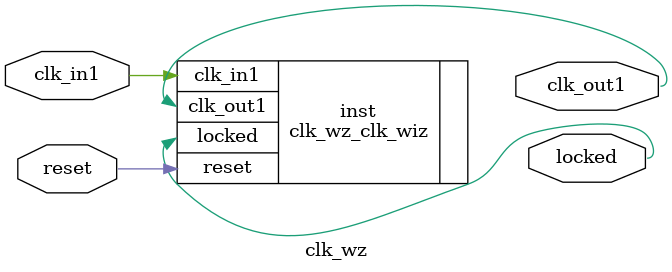
<source format=v>


`timescale 1ps/1ps

(* CORE_GENERATION_INFO = "clk_wz,clk_wiz_v6_0_10_0_0,{component_name=clk_wz,use_phase_alignment=true,use_min_o_jitter=false,use_max_i_jitter=false,use_dyn_phase_shift=false,use_inclk_switchover=false,use_dyn_reconfig=false,enable_axi=0,feedback_source=FDBK_AUTO,PRIMITIVE=MMCM,num_out_clk=1,clkin1_period=20.000,clkin2_period=10.0,use_power_down=false,use_reset=true,use_locked=true,use_inclk_stopped=false,feedback_type=SINGLE,CLOCK_MGR_TYPE=NA,manual_override=false}" *)

module clk_wz 
 (
  // Clock out ports
  output        clk_out1,
  // Status and control signals
  input         reset,
  output        locked,
 // Clock in ports
  input         clk_in1
 );

  clk_wz_clk_wiz inst
  (
  // Clock out ports  
  .clk_out1(clk_out1),
  // Status and control signals               
  .reset(reset), 
  .locked(locked),
 // Clock in ports
  .clk_in1(clk_in1)
  );

endmodule

</source>
